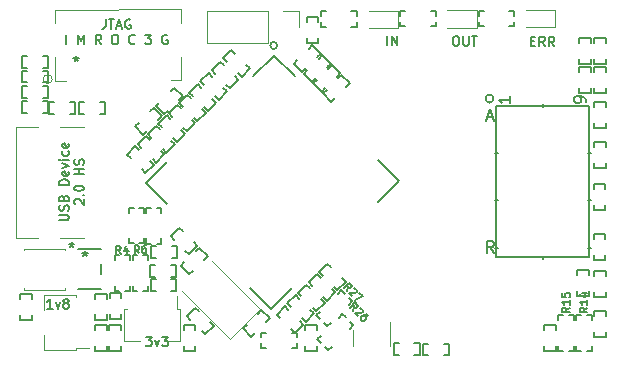
<source format=gbr>
%TF.GenerationSoftware,KiCad,Pcbnew,7.0.5-0*%
%TF.CreationDate,2023-07-21T17:37:06+08:00*%
%TF.ProjectId,slimarm_carambola,736c696d-6172-46d5-9f63-6172616d626f,rev?*%
%TF.SameCoordinates,Original*%
%TF.FileFunction,Legend,Top*%
%TF.FilePolarity,Positive*%
%FSLAX46Y46*%
G04 Gerber Fmt 4.6, Leading zero omitted, Abs format (unit mm)*
G04 Created by KiCad (PCBNEW 7.0.5-0) date 2023-07-21 17:37:06*
%MOMM*%
%LPD*%
G01*
G04 APERTURE LIST*
%ADD10C,0.150000*%
%ADD11C,0.120000*%
%ADD12C,0.152400*%
%ADD13C,0.200000*%
G04 APERTURE END LIST*
D10*
X55293017Y-20230000D02*
G75*
G03*
X55293017Y-20230000I-333017J0D01*
G01*
X22456666Y-13516295D02*
X22456666Y-14087723D01*
X22456666Y-14087723D02*
X22418571Y-14202009D01*
X22418571Y-14202009D02*
X22342380Y-14278200D01*
X22342380Y-14278200D02*
X22228095Y-14316295D01*
X22228095Y-14316295D02*
X22151904Y-14316295D01*
X22723333Y-13516295D02*
X23180476Y-13516295D01*
X22951904Y-14316295D02*
X22951904Y-13516295D01*
X23409047Y-14087723D02*
X23790000Y-14087723D01*
X23332857Y-14316295D02*
X23599524Y-13516295D01*
X23599524Y-13516295D02*
X23866190Y-14316295D01*
X24551904Y-13554390D02*
X24475714Y-13516295D01*
X24475714Y-13516295D02*
X24361428Y-13516295D01*
X24361428Y-13516295D02*
X24247142Y-13554390D01*
X24247142Y-13554390D02*
X24170952Y-13630580D01*
X24170952Y-13630580D02*
X24132857Y-13706771D01*
X24132857Y-13706771D02*
X24094761Y-13859152D01*
X24094761Y-13859152D02*
X24094761Y-13973438D01*
X24094761Y-13973438D02*
X24132857Y-14125819D01*
X24132857Y-14125819D02*
X24170952Y-14202009D01*
X24170952Y-14202009D02*
X24247142Y-14278200D01*
X24247142Y-14278200D02*
X24361428Y-14316295D01*
X24361428Y-14316295D02*
X24437619Y-14316295D01*
X24437619Y-14316295D02*
X24551904Y-14278200D01*
X24551904Y-14278200D02*
X24590000Y-14240104D01*
X24590000Y-14240104D02*
X24590000Y-13973438D01*
X24590000Y-13973438D02*
X24437619Y-13973438D01*
X19104285Y-15604295D02*
X19104285Y-14804295D01*
X20094761Y-15604295D02*
X20094761Y-14804295D01*
X20094761Y-14804295D02*
X20361427Y-15375723D01*
X20361427Y-15375723D02*
X20628094Y-14804295D01*
X20628094Y-14804295D02*
X20628094Y-15604295D01*
X22075714Y-15604295D02*
X21809047Y-15223342D01*
X21618571Y-15604295D02*
X21618571Y-14804295D01*
X21618571Y-14804295D02*
X21923333Y-14804295D01*
X21923333Y-14804295D02*
X21999523Y-14842390D01*
X21999523Y-14842390D02*
X22037618Y-14880485D01*
X22037618Y-14880485D02*
X22075714Y-14956676D01*
X22075714Y-14956676D02*
X22075714Y-15070961D01*
X22075714Y-15070961D02*
X22037618Y-15147152D01*
X22037618Y-15147152D02*
X21999523Y-15185247D01*
X21999523Y-15185247D02*
X21923333Y-15223342D01*
X21923333Y-15223342D02*
X21618571Y-15223342D01*
X23180476Y-14804295D02*
X23332857Y-14804295D01*
X23332857Y-14804295D02*
X23409047Y-14842390D01*
X23409047Y-14842390D02*
X23485238Y-14918580D01*
X23485238Y-14918580D02*
X23523333Y-15070961D01*
X23523333Y-15070961D02*
X23523333Y-15337628D01*
X23523333Y-15337628D02*
X23485238Y-15490009D01*
X23485238Y-15490009D02*
X23409047Y-15566200D01*
X23409047Y-15566200D02*
X23332857Y-15604295D01*
X23332857Y-15604295D02*
X23180476Y-15604295D01*
X23180476Y-15604295D02*
X23104285Y-15566200D01*
X23104285Y-15566200D02*
X23028095Y-15490009D01*
X23028095Y-15490009D02*
X22989999Y-15337628D01*
X22989999Y-15337628D02*
X22989999Y-15070961D01*
X22989999Y-15070961D02*
X23028095Y-14918580D01*
X23028095Y-14918580D02*
X23104285Y-14842390D01*
X23104285Y-14842390D02*
X23180476Y-14804295D01*
X24932857Y-15528104D02*
X24894761Y-15566200D01*
X24894761Y-15566200D02*
X24780476Y-15604295D01*
X24780476Y-15604295D02*
X24704285Y-15604295D01*
X24704285Y-15604295D02*
X24589999Y-15566200D01*
X24589999Y-15566200D02*
X24513809Y-15490009D01*
X24513809Y-15490009D02*
X24475714Y-15413819D01*
X24475714Y-15413819D02*
X24437618Y-15261438D01*
X24437618Y-15261438D02*
X24437618Y-15147152D01*
X24437618Y-15147152D02*
X24475714Y-14994771D01*
X24475714Y-14994771D02*
X24513809Y-14918580D01*
X24513809Y-14918580D02*
X24589999Y-14842390D01*
X24589999Y-14842390D02*
X24704285Y-14804295D01*
X24704285Y-14804295D02*
X24780476Y-14804295D01*
X24780476Y-14804295D02*
X24894761Y-14842390D01*
X24894761Y-14842390D02*
X24932857Y-14880485D01*
X25809047Y-14804295D02*
X26304285Y-14804295D01*
X26304285Y-14804295D02*
X26037619Y-15109057D01*
X26037619Y-15109057D02*
X26151904Y-15109057D01*
X26151904Y-15109057D02*
X26228095Y-15147152D01*
X26228095Y-15147152D02*
X26266190Y-15185247D01*
X26266190Y-15185247D02*
X26304285Y-15261438D01*
X26304285Y-15261438D02*
X26304285Y-15451914D01*
X26304285Y-15451914D02*
X26266190Y-15528104D01*
X26266190Y-15528104D02*
X26228095Y-15566200D01*
X26228095Y-15566200D02*
X26151904Y-15604295D01*
X26151904Y-15604295D02*
X25923333Y-15604295D01*
X25923333Y-15604295D02*
X25847142Y-15566200D01*
X25847142Y-15566200D02*
X25809047Y-15528104D01*
X27675714Y-14842390D02*
X27599524Y-14804295D01*
X27599524Y-14804295D02*
X27485238Y-14804295D01*
X27485238Y-14804295D02*
X27370952Y-14842390D01*
X27370952Y-14842390D02*
X27294762Y-14918580D01*
X27294762Y-14918580D02*
X27256667Y-14994771D01*
X27256667Y-14994771D02*
X27218571Y-15147152D01*
X27218571Y-15147152D02*
X27218571Y-15261438D01*
X27218571Y-15261438D02*
X27256667Y-15413819D01*
X27256667Y-15413819D02*
X27294762Y-15490009D01*
X27294762Y-15490009D02*
X27370952Y-15566200D01*
X27370952Y-15566200D02*
X27485238Y-15604295D01*
X27485238Y-15604295D02*
X27561429Y-15604295D01*
X27561429Y-15604295D02*
X27675714Y-15566200D01*
X27675714Y-15566200D02*
X27713810Y-15528104D01*
X27713810Y-15528104D02*
X27713810Y-15261438D01*
X27713810Y-15261438D02*
X27561429Y-15261438D01*
X25877618Y-40374295D02*
X26372856Y-40374295D01*
X26372856Y-40374295D02*
X26106190Y-40679057D01*
X26106190Y-40679057D02*
X26220475Y-40679057D01*
X26220475Y-40679057D02*
X26296666Y-40717152D01*
X26296666Y-40717152D02*
X26334761Y-40755247D01*
X26334761Y-40755247D02*
X26372856Y-40831438D01*
X26372856Y-40831438D02*
X26372856Y-41021914D01*
X26372856Y-41021914D02*
X26334761Y-41098104D01*
X26334761Y-41098104D02*
X26296666Y-41136200D01*
X26296666Y-41136200D02*
X26220475Y-41174295D01*
X26220475Y-41174295D02*
X25991904Y-41174295D01*
X25991904Y-41174295D02*
X25915713Y-41136200D01*
X25915713Y-41136200D02*
X25877618Y-41098104D01*
X26639523Y-40640961D02*
X26829999Y-41174295D01*
X26829999Y-41174295D02*
X27020476Y-40640961D01*
X27249047Y-40374295D02*
X27744285Y-40374295D01*
X27744285Y-40374295D02*
X27477619Y-40679057D01*
X27477619Y-40679057D02*
X27591904Y-40679057D01*
X27591904Y-40679057D02*
X27668095Y-40717152D01*
X27668095Y-40717152D02*
X27706190Y-40755247D01*
X27706190Y-40755247D02*
X27744285Y-40831438D01*
X27744285Y-40831438D02*
X27744285Y-41021914D01*
X27744285Y-41021914D02*
X27706190Y-41098104D01*
X27706190Y-41098104D02*
X27668095Y-41136200D01*
X27668095Y-41136200D02*
X27591904Y-41174295D01*
X27591904Y-41174295D02*
X27363333Y-41174295D01*
X27363333Y-41174295D02*
X27287142Y-41136200D01*
X27287142Y-41136200D02*
X27249047Y-41098104D01*
X52051541Y-14934295D02*
X52203922Y-14934295D01*
X52203922Y-14934295D02*
X52280112Y-14972390D01*
X52280112Y-14972390D02*
X52356303Y-15048580D01*
X52356303Y-15048580D02*
X52394398Y-15200961D01*
X52394398Y-15200961D02*
X52394398Y-15467628D01*
X52394398Y-15467628D02*
X52356303Y-15620009D01*
X52356303Y-15620009D02*
X52280112Y-15696200D01*
X52280112Y-15696200D02*
X52203922Y-15734295D01*
X52203922Y-15734295D02*
X52051541Y-15734295D01*
X52051541Y-15734295D02*
X51975350Y-15696200D01*
X51975350Y-15696200D02*
X51899160Y-15620009D01*
X51899160Y-15620009D02*
X51861064Y-15467628D01*
X51861064Y-15467628D02*
X51861064Y-15200961D01*
X51861064Y-15200961D02*
X51899160Y-15048580D01*
X51899160Y-15048580D02*
X51975350Y-14972390D01*
X51975350Y-14972390D02*
X52051541Y-14934295D01*
X52737255Y-14934295D02*
X52737255Y-15581914D01*
X52737255Y-15581914D02*
X52775350Y-15658104D01*
X52775350Y-15658104D02*
X52813445Y-15696200D01*
X52813445Y-15696200D02*
X52889636Y-15734295D01*
X52889636Y-15734295D02*
X53042017Y-15734295D01*
X53042017Y-15734295D02*
X53118207Y-15696200D01*
X53118207Y-15696200D02*
X53156302Y-15658104D01*
X53156302Y-15658104D02*
X53194398Y-15581914D01*
X53194398Y-15581914D02*
X53194398Y-14934295D01*
X53461064Y-14934295D02*
X53918207Y-14934295D01*
X53689635Y-15734295D02*
X53689635Y-14934295D01*
X58469160Y-15355247D02*
X58735826Y-15355247D01*
X58850112Y-15774295D02*
X58469160Y-15774295D01*
X58469160Y-15774295D02*
X58469160Y-14974295D01*
X58469160Y-14974295D02*
X58850112Y-14974295D01*
X59650113Y-15774295D02*
X59383446Y-15393342D01*
X59192970Y-15774295D02*
X59192970Y-14974295D01*
X59192970Y-14974295D02*
X59497732Y-14974295D01*
X59497732Y-14974295D02*
X59573922Y-15012390D01*
X59573922Y-15012390D02*
X59612017Y-15050485D01*
X59612017Y-15050485D02*
X59650113Y-15126676D01*
X59650113Y-15126676D02*
X59650113Y-15240961D01*
X59650113Y-15240961D02*
X59612017Y-15317152D01*
X59612017Y-15317152D02*
X59573922Y-15355247D01*
X59573922Y-15355247D02*
X59497732Y-15393342D01*
X59497732Y-15393342D02*
X59192970Y-15393342D01*
X60450113Y-15774295D02*
X60183446Y-15393342D01*
X59992970Y-15774295D02*
X59992970Y-14974295D01*
X59992970Y-14974295D02*
X60297732Y-14974295D01*
X60297732Y-14974295D02*
X60373922Y-15012390D01*
X60373922Y-15012390D02*
X60412017Y-15050485D01*
X60412017Y-15050485D02*
X60450113Y-15126676D01*
X60450113Y-15126676D02*
X60450113Y-15240961D01*
X60450113Y-15240961D02*
X60412017Y-15317152D01*
X60412017Y-15317152D02*
X60373922Y-15355247D01*
X60373922Y-15355247D02*
X60297732Y-15393342D01*
X60297732Y-15393342D02*
X59992970Y-15393342D01*
X17962856Y-38004295D02*
X17505713Y-38004295D01*
X17734285Y-38004295D02*
X17734285Y-37204295D01*
X17734285Y-37204295D02*
X17658094Y-37318580D01*
X17658094Y-37318580D02*
X17581904Y-37394771D01*
X17581904Y-37394771D02*
X17505713Y-37432866D01*
X18229523Y-37470961D02*
X18419999Y-38004295D01*
X18419999Y-38004295D02*
X18610476Y-37470961D01*
X19029523Y-37547152D02*
X18953333Y-37509057D01*
X18953333Y-37509057D02*
X18915238Y-37470961D01*
X18915238Y-37470961D02*
X18877142Y-37394771D01*
X18877142Y-37394771D02*
X18877142Y-37356676D01*
X18877142Y-37356676D02*
X18915238Y-37280485D01*
X18915238Y-37280485D02*
X18953333Y-37242390D01*
X18953333Y-37242390D02*
X19029523Y-37204295D01*
X19029523Y-37204295D02*
X19181904Y-37204295D01*
X19181904Y-37204295D02*
X19258095Y-37242390D01*
X19258095Y-37242390D02*
X19296190Y-37280485D01*
X19296190Y-37280485D02*
X19334285Y-37356676D01*
X19334285Y-37356676D02*
X19334285Y-37394771D01*
X19334285Y-37394771D02*
X19296190Y-37470961D01*
X19296190Y-37470961D02*
X19258095Y-37509057D01*
X19258095Y-37509057D02*
X19181904Y-37547152D01*
X19181904Y-37547152D02*
X19029523Y-37547152D01*
X19029523Y-37547152D02*
X18953333Y-37585247D01*
X18953333Y-37585247D02*
X18915238Y-37623342D01*
X18915238Y-37623342D02*
X18877142Y-37699533D01*
X18877142Y-37699533D02*
X18877142Y-37851914D01*
X18877142Y-37851914D02*
X18915238Y-37928104D01*
X18915238Y-37928104D02*
X18953333Y-37966200D01*
X18953333Y-37966200D02*
X19029523Y-38004295D01*
X19029523Y-38004295D02*
X19181904Y-38004295D01*
X19181904Y-38004295D02*
X19258095Y-37966200D01*
X19258095Y-37966200D02*
X19296190Y-37928104D01*
X19296190Y-37928104D02*
X19334285Y-37851914D01*
X19334285Y-37851914D02*
X19334285Y-37699533D01*
X19334285Y-37699533D02*
X19296190Y-37623342D01*
X19296190Y-37623342D02*
X19258095Y-37585247D01*
X19258095Y-37585247D02*
X19181904Y-37547152D01*
X18536295Y-30518094D02*
X19183914Y-30518094D01*
X19183914Y-30518094D02*
X19260104Y-30479999D01*
X19260104Y-30479999D02*
X19298200Y-30441904D01*
X19298200Y-30441904D02*
X19336295Y-30365713D01*
X19336295Y-30365713D02*
X19336295Y-30213332D01*
X19336295Y-30213332D02*
X19298200Y-30137142D01*
X19298200Y-30137142D02*
X19260104Y-30099047D01*
X19260104Y-30099047D02*
X19183914Y-30060951D01*
X19183914Y-30060951D02*
X18536295Y-30060951D01*
X19298200Y-29718095D02*
X19336295Y-29603809D01*
X19336295Y-29603809D02*
X19336295Y-29413333D01*
X19336295Y-29413333D02*
X19298200Y-29337142D01*
X19298200Y-29337142D02*
X19260104Y-29299047D01*
X19260104Y-29299047D02*
X19183914Y-29260952D01*
X19183914Y-29260952D02*
X19107723Y-29260952D01*
X19107723Y-29260952D02*
X19031533Y-29299047D01*
X19031533Y-29299047D02*
X18993438Y-29337142D01*
X18993438Y-29337142D02*
X18955342Y-29413333D01*
X18955342Y-29413333D02*
X18917247Y-29565714D01*
X18917247Y-29565714D02*
X18879152Y-29641904D01*
X18879152Y-29641904D02*
X18841057Y-29679999D01*
X18841057Y-29679999D02*
X18764866Y-29718095D01*
X18764866Y-29718095D02*
X18688676Y-29718095D01*
X18688676Y-29718095D02*
X18612485Y-29679999D01*
X18612485Y-29679999D02*
X18574390Y-29641904D01*
X18574390Y-29641904D02*
X18536295Y-29565714D01*
X18536295Y-29565714D02*
X18536295Y-29375237D01*
X18536295Y-29375237D02*
X18574390Y-29260952D01*
X18917247Y-28651428D02*
X18955342Y-28537142D01*
X18955342Y-28537142D02*
X18993438Y-28499047D01*
X18993438Y-28499047D02*
X19069628Y-28460951D01*
X19069628Y-28460951D02*
X19183914Y-28460951D01*
X19183914Y-28460951D02*
X19260104Y-28499047D01*
X19260104Y-28499047D02*
X19298200Y-28537142D01*
X19298200Y-28537142D02*
X19336295Y-28613332D01*
X19336295Y-28613332D02*
X19336295Y-28918094D01*
X19336295Y-28918094D02*
X18536295Y-28918094D01*
X18536295Y-28918094D02*
X18536295Y-28651428D01*
X18536295Y-28651428D02*
X18574390Y-28575237D01*
X18574390Y-28575237D02*
X18612485Y-28537142D01*
X18612485Y-28537142D02*
X18688676Y-28499047D01*
X18688676Y-28499047D02*
X18764866Y-28499047D01*
X18764866Y-28499047D02*
X18841057Y-28537142D01*
X18841057Y-28537142D02*
X18879152Y-28575237D01*
X18879152Y-28575237D02*
X18917247Y-28651428D01*
X18917247Y-28651428D02*
X18917247Y-28918094D01*
X19336295Y-27508570D02*
X18536295Y-27508570D01*
X18536295Y-27508570D02*
X18536295Y-27318094D01*
X18536295Y-27318094D02*
X18574390Y-27203808D01*
X18574390Y-27203808D02*
X18650580Y-27127618D01*
X18650580Y-27127618D02*
X18726771Y-27089523D01*
X18726771Y-27089523D02*
X18879152Y-27051427D01*
X18879152Y-27051427D02*
X18993438Y-27051427D01*
X18993438Y-27051427D02*
X19145819Y-27089523D01*
X19145819Y-27089523D02*
X19222009Y-27127618D01*
X19222009Y-27127618D02*
X19298200Y-27203808D01*
X19298200Y-27203808D02*
X19336295Y-27318094D01*
X19336295Y-27318094D02*
X19336295Y-27508570D01*
X19298200Y-26403808D02*
X19336295Y-26479999D01*
X19336295Y-26479999D02*
X19336295Y-26632380D01*
X19336295Y-26632380D02*
X19298200Y-26708570D01*
X19298200Y-26708570D02*
X19222009Y-26746666D01*
X19222009Y-26746666D02*
X18917247Y-26746666D01*
X18917247Y-26746666D02*
X18841057Y-26708570D01*
X18841057Y-26708570D02*
X18802961Y-26632380D01*
X18802961Y-26632380D02*
X18802961Y-26479999D01*
X18802961Y-26479999D02*
X18841057Y-26403808D01*
X18841057Y-26403808D02*
X18917247Y-26365713D01*
X18917247Y-26365713D02*
X18993438Y-26365713D01*
X18993438Y-26365713D02*
X19069628Y-26746666D01*
X18802961Y-26099047D02*
X19336295Y-25908571D01*
X19336295Y-25908571D02*
X18802961Y-25718094D01*
X19336295Y-25413332D02*
X18802961Y-25413332D01*
X18536295Y-25413332D02*
X18574390Y-25451428D01*
X18574390Y-25451428D02*
X18612485Y-25413332D01*
X18612485Y-25413332D02*
X18574390Y-25375237D01*
X18574390Y-25375237D02*
X18536295Y-25413332D01*
X18536295Y-25413332D02*
X18612485Y-25413332D01*
X19298200Y-24689523D02*
X19336295Y-24765714D01*
X19336295Y-24765714D02*
X19336295Y-24918095D01*
X19336295Y-24918095D02*
X19298200Y-24994285D01*
X19298200Y-24994285D02*
X19260104Y-25032380D01*
X19260104Y-25032380D02*
X19183914Y-25070476D01*
X19183914Y-25070476D02*
X18955342Y-25070476D01*
X18955342Y-25070476D02*
X18879152Y-25032380D01*
X18879152Y-25032380D02*
X18841057Y-24994285D01*
X18841057Y-24994285D02*
X18802961Y-24918095D01*
X18802961Y-24918095D02*
X18802961Y-24765714D01*
X18802961Y-24765714D02*
X18841057Y-24689523D01*
X19298200Y-24041904D02*
X19336295Y-24118095D01*
X19336295Y-24118095D02*
X19336295Y-24270476D01*
X19336295Y-24270476D02*
X19298200Y-24346666D01*
X19298200Y-24346666D02*
X19222009Y-24384762D01*
X19222009Y-24384762D02*
X18917247Y-24384762D01*
X18917247Y-24384762D02*
X18841057Y-24346666D01*
X18841057Y-24346666D02*
X18802961Y-24270476D01*
X18802961Y-24270476D02*
X18802961Y-24118095D01*
X18802961Y-24118095D02*
X18841057Y-24041904D01*
X18841057Y-24041904D02*
X18917247Y-24003809D01*
X18917247Y-24003809D02*
X18993438Y-24003809D01*
X18993438Y-24003809D02*
X19069628Y-24384762D01*
X19900485Y-29184762D02*
X19862390Y-29146666D01*
X19862390Y-29146666D02*
X19824295Y-29070476D01*
X19824295Y-29070476D02*
X19824295Y-28880000D01*
X19824295Y-28880000D02*
X19862390Y-28803809D01*
X19862390Y-28803809D02*
X19900485Y-28765714D01*
X19900485Y-28765714D02*
X19976676Y-28727619D01*
X19976676Y-28727619D02*
X20052866Y-28727619D01*
X20052866Y-28727619D02*
X20167152Y-28765714D01*
X20167152Y-28765714D02*
X20624295Y-29222857D01*
X20624295Y-29222857D02*
X20624295Y-28727619D01*
X20548104Y-28384761D02*
X20586200Y-28346666D01*
X20586200Y-28346666D02*
X20624295Y-28384761D01*
X20624295Y-28384761D02*
X20586200Y-28422857D01*
X20586200Y-28422857D02*
X20548104Y-28384761D01*
X20548104Y-28384761D02*
X20624295Y-28384761D01*
X19824295Y-27851428D02*
X19824295Y-27775238D01*
X19824295Y-27775238D02*
X19862390Y-27699047D01*
X19862390Y-27699047D02*
X19900485Y-27660952D01*
X19900485Y-27660952D02*
X19976676Y-27622857D01*
X19976676Y-27622857D02*
X20129057Y-27584762D01*
X20129057Y-27584762D02*
X20319533Y-27584762D01*
X20319533Y-27584762D02*
X20471914Y-27622857D01*
X20471914Y-27622857D02*
X20548104Y-27660952D01*
X20548104Y-27660952D02*
X20586200Y-27699047D01*
X20586200Y-27699047D02*
X20624295Y-27775238D01*
X20624295Y-27775238D02*
X20624295Y-27851428D01*
X20624295Y-27851428D02*
X20586200Y-27927619D01*
X20586200Y-27927619D02*
X20548104Y-27965714D01*
X20548104Y-27965714D02*
X20471914Y-28003809D01*
X20471914Y-28003809D02*
X20319533Y-28041905D01*
X20319533Y-28041905D02*
X20129057Y-28041905D01*
X20129057Y-28041905D02*
X19976676Y-28003809D01*
X19976676Y-28003809D02*
X19900485Y-27965714D01*
X19900485Y-27965714D02*
X19862390Y-27927619D01*
X19862390Y-27927619D02*
X19824295Y-27851428D01*
X20624295Y-26632380D02*
X19824295Y-26632380D01*
X20205247Y-26632380D02*
X20205247Y-26175237D01*
X20624295Y-26175237D02*
X19824295Y-26175237D01*
X20586200Y-25832381D02*
X20624295Y-25718095D01*
X20624295Y-25718095D02*
X20624295Y-25527619D01*
X20624295Y-25527619D02*
X20586200Y-25451428D01*
X20586200Y-25451428D02*
X20548104Y-25413333D01*
X20548104Y-25413333D02*
X20471914Y-25375238D01*
X20471914Y-25375238D02*
X20395723Y-25375238D01*
X20395723Y-25375238D02*
X20319533Y-25413333D01*
X20319533Y-25413333D02*
X20281438Y-25451428D01*
X20281438Y-25451428D02*
X20243342Y-25527619D01*
X20243342Y-25527619D02*
X20205247Y-25680000D01*
X20205247Y-25680000D02*
X20167152Y-25756190D01*
X20167152Y-25756190D02*
X20129057Y-25794285D01*
X20129057Y-25794285D02*
X20052866Y-25832381D01*
X20052866Y-25832381D02*
X19976676Y-25832381D01*
X19976676Y-25832381D02*
X19900485Y-25794285D01*
X19900485Y-25794285D02*
X19862390Y-25756190D01*
X19862390Y-25756190D02*
X19824295Y-25680000D01*
X19824295Y-25680000D02*
X19824295Y-25489523D01*
X19824295Y-25489523D02*
X19862390Y-25375238D01*
X46319160Y-15704295D02*
X46319160Y-14904295D01*
X46700112Y-15704295D02*
X46700112Y-14904295D01*
X46700112Y-14904295D02*
X47157255Y-15704295D01*
X47157255Y-15704295D02*
X47157255Y-14904295D01*
%TO.C,U3*%
X20720000Y-33144819D02*
X20720000Y-33382914D01*
X20481905Y-33287676D02*
X20720000Y-33382914D01*
X20720000Y-33382914D02*
X20958095Y-33287676D01*
X20577143Y-33573390D02*
X20720000Y-33382914D01*
X20720000Y-33382914D02*
X20862857Y-33573390D01*
X19580950Y-32354818D02*
X19580950Y-32592913D01*
X19342855Y-32497675D02*
X19580950Y-32592913D01*
X19580950Y-32592913D02*
X19819045Y-32497675D01*
X19438093Y-32783389D02*
X19580950Y-32592913D01*
X19580950Y-32592913D02*
X19723807Y-32783389D01*
%TO.C,R15*%
X61767713Y-37924542D02*
X61453237Y-38144675D01*
X61767713Y-38301913D02*
X61107313Y-38301913D01*
X61107313Y-38301913D02*
X61107313Y-38050332D01*
X61107313Y-38050332D02*
X61138761Y-37987437D01*
X61138761Y-37987437D02*
X61170208Y-37955990D01*
X61170208Y-37955990D02*
X61233104Y-37924542D01*
X61233104Y-37924542D02*
X61327446Y-37924542D01*
X61327446Y-37924542D02*
X61390342Y-37955990D01*
X61390342Y-37955990D02*
X61421789Y-37987437D01*
X61421789Y-37987437D02*
X61453237Y-38050332D01*
X61453237Y-38050332D02*
X61453237Y-38301913D01*
X61767713Y-37295590D02*
X61767713Y-37672961D01*
X61767713Y-37484275D02*
X61107313Y-37484275D01*
X61107313Y-37484275D02*
X61201656Y-37547171D01*
X61201656Y-37547171D02*
X61264551Y-37610066D01*
X61264551Y-37610066D02*
X61295999Y-37672961D01*
X61107313Y-36698085D02*
X61107313Y-37012561D01*
X61107313Y-37012561D02*
X61421789Y-37044009D01*
X61421789Y-37044009D02*
X61390342Y-37012561D01*
X61390342Y-37012561D02*
X61358894Y-36949666D01*
X61358894Y-36949666D02*
X61358894Y-36792428D01*
X61358894Y-36792428D02*
X61390342Y-36729533D01*
X61390342Y-36729533D02*
X61421789Y-36698085D01*
X61421789Y-36698085D02*
X61484685Y-36666638D01*
X61484685Y-36666638D02*
X61641923Y-36666638D01*
X61641923Y-36666638D02*
X61704818Y-36698085D01*
X61704818Y-36698085D02*
X61736266Y-36729533D01*
X61736266Y-36729533D02*
X61767713Y-36792428D01*
X61767713Y-36792428D02*
X61767713Y-36949666D01*
X61767713Y-36949666D02*
X61736266Y-37012561D01*
X61736266Y-37012561D02*
X61704818Y-37044009D01*
%TO.C,R26*%
X43399287Y-38220318D02*
X43465998Y-37842292D01*
X43132445Y-37953476D02*
X43599419Y-37486503D01*
X43599419Y-37486503D02*
X43777313Y-37664397D01*
X43777313Y-37664397D02*
X43799550Y-37731108D01*
X43799550Y-37731108D02*
X43799550Y-37775581D01*
X43799550Y-37775581D02*
X43777313Y-37842292D01*
X43777313Y-37842292D02*
X43710603Y-37909002D01*
X43710603Y-37909002D02*
X43643892Y-37931239D01*
X43643892Y-37931239D02*
X43599419Y-37931239D01*
X43599419Y-37931239D02*
X43532708Y-37909002D01*
X43532708Y-37909002D02*
X43354814Y-37731108D01*
X43999682Y-37975713D02*
X44044155Y-37975713D01*
X44044155Y-37975713D02*
X44110866Y-37997950D01*
X44110866Y-37997950D02*
X44222050Y-38109134D01*
X44222050Y-38109134D02*
X44244287Y-38175844D01*
X44244287Y-38175844D02*
X44244287Y-38220318D01*
X44244287Y-38220318D02*
X44222050Y-38287028D01*
X44222050Y-38287028D02*
X44177576Y-38331502D01*
X44177576Y-38331502D02*
X44088629Y-38375976D01*
X44088629Y-38375976D02*
X43554945Y-38375976D01*
X43554945Y-38375976D02*
X43844024Y-38665054D01*
X44711260Y-38598344D02*
X44622312Y-38509396D01*
X44622312Y-38509396D02*
X44555602Y-38487160D01*
X44555602Y-38487160D02*
X44511128Y-38487160D01*
X44511128Y-38487160D02*
X44399944Y-38509396D01*
X44399944Y-38509396D02*
X44288760Y-38576107D01*
X44288760Y-38576107D02*
X44110865Y-38754001D01*
X44110865Y-38754001D02*
X44088629Y-38820712D01*
X44088629Y-38820712D02*
X44088629Y-38865186D01*
X44088629Y-38865186D02*
X44110865Y-38931896D01*
X44110865Y-38931896D02*
X44199813Y-39020843D01*
X44199813Y-39020843D02*
X44266523Y-39043080D01*
X44266523Y-39043080D02*
X44310997Y-39043080D01*
X44310997Y-39043080D02*
X44377707Y-39020843D01*
X44377707Y-39020843D02*
X44488891Y-38909659D01*
X44488891Y-38909659D02*
X44511128Y-38842949D01*
X44511128Y-38842949D02*
X44511128Y-38798475D01*
X44511128Y-38798475D02*
X44488891Y-38731765D01*
X44488891Y-38731765D02*
X44399944Y-38642817D01*
X44399944Y-38642817D02*
X44333234Y-38620581D01*
X44333234Y-38620581D02*
X44288760Y-38620581D01*
X44288760Y-38620581D02*
X44222050Y-38642817D01*
%TO.C,R6*%
X25289933Y-33317713D02*
X25069800Y-33003237D01*
X24912562Y-33317713D02*
X24912562Y-32657313D01*
X24912562Y-32657313D02*
X25164143Y-32657313D01*
X25164143Y-32657313D02*
X25227038Y-32688761D01*
X25227038Y-32688761D02*
X25258485Y-32720208D01*
X25258485Y-32720208D02*
X25289933Y-32783104D01*
X25289933Y-32783104D02*
X25289933Y-32877446D01*
X25289933Y-32877446D02*
X25258485Y-32940342D01*
X25258485Y-32940342D02*
X25227038Y-32971789D01*
X25227038Y-32971789D02*
X25164143Y-33003237D01*
X25164143Y-33003237D02*
X24912562Y-33003237D01*
X25855990Y-32657313D02*
X25730200Y-32657313D01*
X25730200Y-32657313D02*
X25667304Y-32688761D01*
X25667304Y-32688761D02*
X25635857Y-32720208D01*
X25635857Y-32720208D02*
X25572962Y-32814551D01*
X25572962Y-32814551D02*
X25541514Y-32940342D01*
X25541514Y-32940342D02*
X25541514Y-33191923D01*
X25541514Y-33191923D02*
X25572962Y-33254818D01*
X25572962Y-33254818D02*
X25604409Y-33286266D01*
X25604409Y-33286266D02*
X25667304Y-33317713D01*
X25667304Y-33317713D02*
X25793095Y-33317713D01*
X25793095Y-33317713D02*
X25855990Y-33286266D01*
X25855990Y-33286266D02*
X25887438Y-33254818D01*
X25887438Y-33254818D02*
X25918885Y-33191923D01*
X25918885Y-33191923D02*
X25918885Y-33034685D01*
X25918885Y-33034685D02*
X25887438Y-32971789D01*
X25887438Y-32971789D02*
X25855990Y-32940342D01*
X25855990Y-32940342D02*
X25793095Y-32908894D01*
X25793095Y-32908894D02*
X25667304Y-32908894D01*
X25667304Y-32908894D02*
X25604409Y-32940342D01*
X25604409Y-32940342D02*
X25572962Y-32971789D01*
X25572962Y-32971789D02*
X25541514Y-33034685D01*
%TO.C,R4*%
X23739933Y-33357713D02*
X23519800Y-33043237D01*
X23362562Y-33357713D02*
X23362562Y-32697313D01*
X23362562Y-32697313D02*
X23614143Y-32697313D01*
X23614143Y-32697313D02*
X23677038Y-32728761D01*
X23677038Y-32728761D02*
X23708485Y-32760208D01*
X23708485Y-32760208D02*
X23739933Y-32823104D01*
X23739933Y-32823104D02*
X23739933Y-32917446D01*
X23739933Y-32917446D02*
X23708485Y-32980342D01*
X23708485Y-32980342D02*
X23677038Y-33011789D01*
X23677038Y-33011789D02*
X23614143Y-33043237D01*
X23614143Y-33043237D02*
X23362562Y-33043237D01*
X24305990Y-32917446D02*
X24305990Y-33357713D01*
X24148752Y-32665866D02*
X23991514Y-33137580D01*
X23991514Y-33137580D02*
X24400333Y-33137580D01*
%TO.C,R14*%
X63257713Y-37914542D02*
X62943237Y-38134675D01*
X63257713Y-38291913D02*
X62597313Y-38291913D01*
X62597313Y-38291913D02*
X62597313Y-38040332D01*
X62597313Y-38040332D02*
X62628761Y-37977437D01*
X62628761Y-37977437D02*
X62660208Y-37945990D01*
X62660208Y-37945990D02*
X62723104Y-37914542D01*
X62723104Y-37914542D02*
X62817446Y-37914542D01*
X62817446Y-37914542D02*
X62880342Y-37945990D01*
X62880342Y-37945990D02*
X62911789Y-37977437D01*
X62911789Y-37977437D02*
X62943237Y-38040332D01*
X62943237Y-38040332D02*
X62943237Y-38291913D01*
X63257713Y-37285590D02*
X63257713Y-37662961D01*
X63257713Y-37474275D02*
X62597313Y-37474275D01*
X62597313Y-37474275D02*
X62691656Y-37537171D01*
X62691656Y-37537171D02*
X62754551Y-37600066D01*
X62754551Y-37600066D02*
X62785999Y-37662961D01*
X62817446Y-36719533D02*
X63257713Y-36719533D01*
X62565866Y-36876771D02*
X63037580Y-37034009D01*
X63037580Y-37034009D02*
X63037580Y-36625190D01*
%TO.C,J4*%
X19977100Y-16616819D02*
X19977100Y-16854914D01*
X19739005Y-16759676D02*
X19977100Y-16854914D01*
X19977100Y-16854914D02*
X20215195Y-16759676D01*
X19834243Y-17045390D02*
X19977100Y-16854914D01*
X19977100Y-16854914D02*
X20119957Y-17045390D01*
%TO.C,U2*%
X55347223Y-33295519D02*
X55013890Y-32819328D01*
X54775795Y-33295519D02*
X54775795Y-32295519D01*
X54775795Y-32295519D02*
X55156747Y-32295519D01*
X55156747Y-32295519D02*
X55251985Y-32343138D01*
X55251985Y-32343138D02*
X55299604Y-32390757D01*
X55299604Y-32390757D02*
X55347223Y-32485995D01*
X55347223Y-32485995D02*
X55347223Y-32628852D01*
X55347223Y-32628852D02*
X55299604Y-32724090D01*
X55299604Y-32724090D02*
X55251985Y-32771709D01*
X55251985Y-32771709D02*
X55156747Y-32819328D01*
X55156747Y-32819328D02*
X54775795Y-32819328D01*
X63125219Y-20496275D02*
X63125219Y-20305799D01*
X63125219Y-20305799D02*
X63077600Y-20210561D01*
X63077600Y-20210561D02*
X63029980Y-20162942D01*
X63029980Y-20162942D02*
X62887123Y-20067704D01*
X62887123Y-20067704D02*
X62696647Y-20020085D01*
X62696647Y-20020085D02*
X62315695Y-20020085D01*
X62315695Y-20020085D02*
X62220457Y-20067704D01*
X62220457Y-20067704D02*
X62172838Y-20115323D01*
X62172838Y-20115323D02*
X62125219Y-20210561D01*
X62125219Y-20210561D02*
X62125219Y-20401037D01*
X62125219Y-20401037D02*
X62172838Y-20496275D01*
X62172838Y-20496275D02*
X62220457Y-20543894D01*
X62220457Y-20543894D02*
X62315695Y-20591513D01*
X62315695Y-20591513D02*
X62553790Y-20591513D01*
X62553790Y-20591513D02*
X62649028Y-20543894D01*
X62649028Y-20543894D02*
X62696647Y-20496275D01*
X62696647Y-20496275D02*
X62744266Y-20401037D01*
X62744266Y-20401037D02*
X62744266Y-20210561D01*
X62744266Y-20210561D02*
X62696647Y-20115323D01*
X62696647Y-20115323D02*
X62649028Y-20067704D01*
X62649028Y-20067704D02*
X62553790Y-20020085D01*
X54799605Y-21808404D02*
X55275795Y-21808404D01*
X54704367Y-22094119D02*
X55037700Y-21094119D01*
X55037700Y-21094119D02*
X55371033Y-22094119D01*
X56724419Y-20020085D02*
X56724419Y-20591513D01*
X56724419Y-20305799D02*
X55724419Y-20305799D01*
X55724419Y-20305799D02*
X55867276Y-20401037D01*
X55867276Y-20401037D02*
X55962514Y-20496275D01*
X55962514Y-20496275D02*
X56010133Y-20591513D01*
%TO.C,R27*%
X42879287Y-36530318D02*
X42945998Y-36152292D01*
X42612445Y-36263476D02*
X43079419Y-35796503D01*
X43079419Y-35796503D02*
X43257313Y-35974397D01*
X43257313Y-35974397D02*
X43279550Y-36041108D01*
X43279550Y-36041108D02*
X43279550Y-36085581D01*
X43279550Y-36085581D02*
X43257313Y-36152292D01*
X43257313Y-36152292D02*
X43190603Y-36219002D01*
X43190603Y-36219002D02*
X43123892Y-36241239D01*
X43123892Y-36241239D02*
X43079419Y-36241239D01*
X43079419Y-36241239D02*
X43012708Y-36219002D01*
X43012708Y-36219002D02*
X42834814Y-36041108D01*
X43479682Y-36285713D02*
X43524155Y-36285713D01*
X43524155Y-36285713D02*
X43590866Y-36307950D01*
X43590866Y-36307950D02*
X43702050Y-36419134D01*
X43702050Y-36419134D02*
X43724287Y-36485844D01*
X43724287Y-36485844D02*
X43724287Y-36530318D01*
X43724287Y-36530318D02*
X43702050Y-36597028D01*
X43702050Y-36597028D02*
X43657576Y-36641502D01*
X43657576Y-36641502D02*
X43568629Y-36685976D01*
X43568629Y-36685976D02*
X43034945Y-36685976D01*
X43034945Y-36685976D02*
X43324024Y-36975054D01*
X43946655Y-36663739D02*
X44257970Y-36975054D01*
X44257970Y-36975054D02*
X43590865Y-37241896D01*
%TO.C,C41*%
X62370000Y-36960000D02*
X62370000Y-36530000D01*
X63370000Y-36960000D02*
X62370000Y-36960000D01*
X63370000Y-36960000D02*
X63370000Y-36530000D01*
X62370000Y-34760000D02*
X62370000Y-35190000D01*
X62370000Y-34760000D02*
X63370000Y-34760000D01*
X63370000Y-34760000D02*
X63370000Y-35190000D01*
%TO.C,C39*%
X63530000Y-15100000D02*
X63530000Y-15530000D01*
X62530000Y-15100000D02*
X63530000Y-15100000D01*
X62530000Y-15100000D02*
X62530000Y-15530000D01*
X63530000Y-17300000D02*
X63530000Y-16870000D01*
X63530000Y-17300000D02*
X62530000Y-17300000D01*
X62530000Y-17300000D02*
X62530000Y-16870000D01*
%TO.C,C36*%
X64830000Y-15080000D02*
X64830000Y-15510000D01*
X63830000Y-15080000D02*
X64830000Y-15080000D01*
X63830000Y-15080000D02*
X63830000Y-15510000D01*
X64830000Y-17280000D02*
X64830000Y-16850000D01*
X64830000Y-17280000D02*
X63830000Y-17280000D01*
X63830000Y-17280000D02*
X63830000Y-16850000D01*
D11*
%TO.C,U4*%
X46510000Y-41150000D02*
X46510000Y-39150000D01*
X43390000Y-39850000D02*
X43390000Y-41150000D01*
D10*
%TO.C,R28*%
X49040000Y-41960000D02*
X48610000Y-41960000D01*
X49040000Y-40960000D02*
X49040000Y-41960000D01*
X49040000Y-40960000D02*
X48610000Y-40960000D01*
X46840000Y-41960000D02*
X47270000Y-41960000D01*
X46840000Y-41960000D02*
X46840000Y-40960000D01*
X46840000Y-40960000D02*
X47270000Y-40960000D01*
%TO.C,R11*%
X49330000Y-40970000D02*
X49760000Y-40970000D01*
X49330000Y-41970000D02*
X49330000Y-40970000D01*
X49330000Y-41970000D02*
X49760000Y-41970000D01*
X51530000Y-40970000D02*
X51100000Y-40970000D01*
X51530000Y-40970000D02*
X51530000Y-41970000D01*
X51530000Y-41970000D02*
X51100000Y-41970000D01*
%TO.C,C31*%
X34098629Y-39684264D02*
X34402685Y-39380208D01*
X34805736Y-40391371D02*
X34098629Y-39684264D01*
X34805736Y-40391371D02*
X35109792Y-40087315D01*
X35654264Y-38128629D02*
X35350208Y-38432685D01*
X35654264Y-38128629D02*
X36361371Y-38835736D01*
X36361371Y-38835736D02*
X36057315Y-39139792D01*
%TO.C,C23*%
X63530000Y-17560000D02*
X63530000Y-17990000D01*
X62530000Y-17560000D02*
X63530000Y-17560000D01*
X62530000Y-17560000D02*
X62530000Y-17990000D01*
X63530000Y-19760000D02*
X63530000Y-19330000D01*
X63530000Y-19760000D02*
X62530000Y-19760000D01*
X62530000Y-19760000D02*
X62530000Y-19330000D01*
D12*
%TO.C,U3*%
X20152100Y-36336400D02*
X22107900Y-36336400D01*
X22107900Y-32983600D02*
X20152100Y-32983600D01*
X22107900Y-35048661D02*
X22107900Y-34271339D01*
D10*
%TO.C,C28*%
X25834264Y-26521371D02*
X25530208Y-26217315D01*
X26541371Y-25814264D02*
X25834264Y-26521371D01*
X26541371Y-25814264D02*
X26237315Y-25510208D01*
X24278629Y-24965736D02*
X24582685Y-25269792D01*
X24278629Y-24965736D02*
X24985736Y-24258629D01*
X24985736Y-24258629D02*
X25289792Y-24562685D01*
%TO.C,C29*%
X23790000Y-36700000D02*
X23790000Y-37130000D01*
X22790000Y-36700000D02*
X23790000Y-36700000D01*
X22790000Y-36700000D02*
X22790000Y-37130000D01*
X23790000Y-38900000D02*
X23790000Y-38470000D01*
X23790000Y-38900000D02*
X22790000Y-38900000D01*
X22790000Y-38900000D02*
X22790000Y-38470000D01*
%TO.C,C6*%
X30894264Y-40191371D02*
X30590208Y-39887315D01*
X31601371Y-39484264D02*
X30894264Y-40191371D01*
X31601371Y-39484264D02*
X31297315Y-39180208D01*
X29338629Y-38635736D02*
X29642685Y-38939792D01*
X29338629Y-38635736D02*
X30045736Y-37928629D01*
X30045736Y-37928629D02*
X30349792Y-38232685D01*
%TO.C,C12*%
X39394264Y-39121371D02*
X39090208Y-38817315D01*
X40101371Y-38414264D02*
X39394264Y-39121371D01*
X40101371Y-38414264D02*
X39797315Y-38110208D01*
X37838629Y-37565736D02*
X38142685Y-37869792D01*
X37838629Y-37565736D02*
X38545736Y-36858629D01*
X38545736Y-36858629D02*
X38849792Y-37162685D01*
%TO.C,R21*%
X50407500Y-14110000D02*
X49977500Y-14110000D01*
X50407500Y-13705000D02*
X50407500Y-14110000D01*
X50407500Y-12810000D02*
X50407500Y-13205000D01*
X50407500Y-12810000D02*
X49977500Y-12810000D01*
X47407500Y-14110000D02*
X47837500Y-14110000D01*
X47407500Y-14110000D02*
X47407500Y-13710000D01*
X47407500Y-13205000D02*
X47407500Y-12810000D01*
X47407500Y-12810000D02*
X47837500Y-12810000D01*
D11*
%TO.C,Y1*%
X32953883Y-40579468D02*
X35499468Y-38033883D01*
X35499468Y-38033883D02*
X31433604Y-33968019D01*
X28888019Y-36513604D02*
X32953883Y-40579468D01*
D10*
%TO.C,R20*%
X57070000Y-14110000D02*
X56640000Y-14110000D01*
X57070000Y-13705000D02*
X57070000Y-14110000D01*
X57070000Y-12810000D02*
X57070000Y-13205000D01*
X57070000Y-12810000D02*
X56640000Y-12810000D01*
X54070000Y-14110000D02*
X54500000Y-14110000D01*
X54070000Y-14110000D02*
X54070000Y-13710000D01*
X54070000Y-13205000D02*
X54070000Y-12810000D01*
X54070000Y-12810000D02*
X54500000Y-12810000D01*
%TO.C,R3*%
X38630000Y-41350000D02*
X38200000Y-41350000D01*
X38630000Y-40945000D02*
X38630000Y-41350000D01*
X38630000Y-40050000D02*
X38630000Y-40445000D01*
X38630000Y-40050000D02*
X38200000Y-40050000D01*
X35630000Y-41350000D02*
X36060000Y-41350000D01*
X35630000Y-41350000D02*
X35630000Y-40950000D01*
X35630000Y-40445000D02*
X35630000Y-40050000D01*
X35630000Y-40050000D02*
X36060000Y-40050000D01*
%TO.C,C13*%
X41204264Y-37341371D02*
X40900208Y-37037315D01*
X41911371Y-36634264D02*
X41204264Y-37341371D01*
X41911371Y-36634264D02*
X41607315Y-36330208D01*
X39648629Y-35785736D02*
X39952685Y-36089792D01*
X39648629Y-35785736D02*
X40355736Y-35078629D01*
X40355736Y-35078629D02*
X40659792Y-35382685D01*
%TO.C,R15*%
X62090000Y-38580000D02*
X62090000Y-39010000D01*
X61685000Y-38580000D02*
X62090000Y-38580000D01*
X60790000Y-38580000D02*
X61185000Y-38580000D01*
X60790000Y-38580000D02*
X60790000Y-39010000D01*
X62090000Y-41580000D02*
X62090000Y-41150000D01*
X62090000Y-41580000D02*
X61690000Y-41580000D01*
X61185000Y-41580000D02*
X60790000Y-41580000D01*
X60790000Y-41580000D02*
X60790000Y-41150000D01*
D11*
%TO.C,L1*%
X19040000Y-36440000D02*
X19040000Y-36290000D01*
X19040000Y-36440000D02*
X15520000Y-36440000D01*
X19040000Y-32920000D02*
X19040000Y-33070000D01*
X19040000Y-32920000D02*
X15520000Y-32920000D01*
X15520000Y-36440000D02*
X15520000Y-36290000D01*
X15520000Y-32920000D02*
X15520000Y-33070000D01*
D10*
%TO.C,R10*%
X40380000Y-39400000D02*
X40380000Y-39830000D01*
X39380000Y-39400000D02*
X40380000Y-39400000D01*
X39380000Y-39400000D02*
X39380000Y-39830000D01*
X40380000Y-41600000D02*
X40380000Y-41170000D01*
X40380000Y-41600000D02*
X39380000Y-41600000D01*
X39380000Y-41600000D02*
X39380000Y-41170000D01*
%TO.C,R26*%
X43430280Y-39398959D02*
X43126224Y-39703015D01*
X43143901Y-39112581D02*
X43430280Y-39398959D01*
X42511041Y-38479720D02*
X42790348Y-38759028D01*
X42511041Y-38479720D02*
X42206985Y-38783776D01*
X41308959Y-41520280D02*
X41613015Y-41216224D01*
X41308959Y-41520280D02*
X41026117Y-41237437D01*
X40669028Y-40880348D02*
X40389720Y-40601041D01*
X40389720Y-40601041D02*
X40693776Y-40296985D01*
%TO.C,C17*%
X60600000Y-39400000D02*
X60600000Y-39830000D01*
X59600000Y-39400000D02*
X60600000Y-39400000D01*
X59600000Y-39400000D02*
X59600000Y-39830000D01*
X60600000Y-41600000D02*
X60600000Y-41170000D01*
X60600000Y-41600000D02*
X59600000Y-41600000D01*
X59600000Y-41600000D02*
X59600000Y-41170000D01*
%TO.C,C27*%
X28480000Y-33680000D02*
X28050000Y-33680000D01*
X28480000Y-32680000D02*
X28480000Y-33680000D01*
X28480000Y-32680000D02*
X28050000Y-32680000D01*
X26280000Y-33680000D02*
X26710000Y-33680000D01*
X26280000Y-33680000D02*
X26280000Y-32680000D01*
X26280000Y-32680000D02*
X26710000Y-32680000D01*
%TO.C,C2*%
X33115736Y-16108629D02*
X33419792Y-16412685D01*
X32408629Y-16815736D02*
X33115736Y-16108629D01*
X32408629Y-16815736D02*
X32712685Y-17119792D01*
X34671371Y-17664264D02*
X34367315Y-17360208D01*
X34671371Y-17664264D02*
X33964264Y-18371371D01*
X33964264Y-18371371D02*
X33660208Y-18067315D01*
%TO.C,C15*%
X40294264Y-38231371D02*
X39990208Y-37927315D01*
X41001371Y-37524264D02*
X40294264Y-38231371D01*
X41001371Y-37524264D02*
X40697315Y-37220208D01*
X38738629Y-36675736D02*
X39042685Y-36979792D01*
X38738629Y-36675736D02*
X39445736Y-35968629D01*
X39445736Y-35968629D02*
X39749792Y-36272685D01*
%TO.C,R23*%
X15384999Y-17861893D02*
X15814999Y-17861893D01*
X15384999Y-18861893D02*
X15384999Y-17861893D01*
X15384999Y-18861893D02*
X15814999Y-18861893D01*
X17584999Y-17861893D02*
X17154999Y-17861893D01*
X17584999Y-17861893D02*
X17584999Y-18861893D01*
X17584999Y-18861893D02*
X17154999Y-18861893D01*
%TO.C,C33*%
X21560000Y-38930000D02*
X21560000Y-38500000D01*
X22560000Y-38930000D02*
X21560000Y-38930000D01*
X22560000Y-38930000D02*
X22560000Y-38500000D01*
X21560000Y-36730000D02*
X21560000Y-37160000D01*
X21560000Y-36730000D02*
X22560000Y-36730000D01*
X22560000Y-36730000D02*
X22560000Y-37160000D01*
%TO.C,R24*%
X15394999Y-16621893D02*
X15824999Y-16621893D01*
X15394999Y-17621893D02*
X15394999Y-16621893D01*
X15394999Y-17621893D02*
X15824999Y-17621893D01*
X17594999Y-16621893D02*
X17164999Y-16621893D01*
X17594999Y-16621893D02*
X17594999Y-17621893D01*
X17594999Y-17621893D02*
X17164999Y-17621893D01*
%TO.C,R2*%
X19900000Y-21500000D02*
X19470000Y-21500000D01*
X19900000Y-20500000D02*
X19900000Y-21500000D01*
X19900000Y-20500000D02*
X19470000Y-20500000D01*
X17700000Y-21500000D02*
X18130000Y-21500000D01*
X17700000Y-21500000D02*
X17700000Y-20500000D01*
X17700000Y-20500000D02*
X18130000Y-20500000D01*
D11*
%TO.C,D3*%
X47200000Y-14255000D02*
X47200000Y-12785000D01*
X47200000Y-12785000D02*
X44740000Y-12785000D01*
X44740000Y-14255000D02*
X47200000Y-14255000D01*
D10*
%TO.C,R9*%
X39480000Y-15510000D02*
X39480000Y-15080000D01*
X40480000Y-15510000D02*
X39480000Y-15510000D01*
X40480000Y-15510000D02*
X40480000Y-15080000D01*
X39480000Y-13310000D02*
X39480000Y-13740000D01*
X39480000Y-13310000D02*
X40480000Y-13310000D01*
X40480000Y-13310000D02*
X40480000Y-13740000D01*
%TO.C,R19*%
X26708629Y-20864264D02*
X27012685Y-20560208D01*
X27415736Y-21571371D02*
X26708629Y-20864264D01*
X27415736Y-21571371D02*
X27719792Y-21267315D01*
X28264264Y-19308629D02*
X27960208Y-19612685D01*
X28264264Y-19308629D02*
X28971371Y-20015736D01*
X28971371Y-20015736D02*
X28667315Y-20319792D01*
D11*
%TO.C,J5*%
X38810000Y-12850000D02*
X38810000Y-14180000D01*
X37480000Y-12850000D02*
X38810000Y-12850000D01*
X36210000Y-12850000D02*
X31070000Y-12850000D01*
X36210000Y-12850000D02*
X36210000Y-15510000D01*
X31070000Y-12850000D02*
X31070000Y-15510000D01*
X36210000Y-15510000D02*
X31070000Y-15510000D01*
D10*
%TO.C,R7*%
X25890000Y-32500000D02*
X25890000Y-32070000D01*
X26295000Y-32500000D02*
X25890000Y-32500000D01*
X27190000Y-32500000D02*
X26795000Y-32500000D01*
X27190000Y-32500000D02*
X27190000Y-32070000D01*
X25890000Y-29500000D02*
X25890000Y-29930000D01*
X25890000Y-29500000D02*
X26290000Y-29500000D01*
X26795000Y-29500000D02*
X27190000Y-29500000D01*
X27190000Y-29500000D02*
X27190000Y-29930000D01*
%TO.C,C3*%
X30255736Y-19018629D02*
X30559792Y-19322685D01*
X29548629Y-19725736D02*
X30255736Y-19018629D01*
X29548629Y-19725736D02*
X29852685Y-20029792D01*
X31811371Y-20574264D02*
X31507315Y-20270208D01*
X31811371Y-20574264D02*
X31104264Y-21281371D01*
X31104264Y-21281371D02*
X30800208Y-20977315D01*
%TO.C,C38*%
X16190000Y-36750000D02*
X16190000Y-37180000D01*
X15190000Y-36750000D02*
X16190000Y-36750000D01*
X15190000Y-36750000D02*
X15190000Y-37180000D01*
X16190000Y-38950000D02*
X16190000Y-38520000D01*
X16190000Y-38950000D02*
X15190000Y-38950000D01*
X15190000Y-38950000D02*
X15190000Y-38520000D01*
%TO.C,C5*%
X32145736Y-17098629D02*
X32449792Y-17402685D01*
X31438629Y-17805736D02*
X32145736Y-17098629D01*
X31438629Y-17805736D02*
X31742685Y-18109792D01*
X33701371Y-18654264D02*
X33397315Y-18350208D01*
X33701371Y-18654264D02*
X32994264Y-19361371D01*
X32994264Y-19361371D02*
X32690208Y-19057315D01*
%TO.C,R16*%
X27221371Y-21715736D02*
X26917315Y-22019792D01*
X26514264Y-21008629D02*
X27221371Y-21715736D01*
X26514264Y-21008629D02*
X26210208Y-21312685D01*
X25665736Y-23271371D02*
X25969792Y-22967315D01*
X25665736Y-23271371D02*
X24958629Y-22564264D01*
X24958629Y-22564264D02*
X25262685Y-22260208D01*
%TO.C,C22*%
X63770000Y-33920000D02*
X63770000Y-33490000D01*
X64770000Y-33920000D02*
X63770000Y-33920000D01*
X64770000Y-33920000D02*
X64770000Y-33490000D01*
X63770000Y-31720000D02*
X63770000Y-32150000D01*
X63770000Y-31720000D02*
X64770000Y-31720000D01*
X64770000Y-31720000D02*
X64770000Y-32150000D01*
%TO.C,R6*%
X24750000Y-36490000D02*
X24750000Y-36060000D01*
X25155000Y-36490000D02*
X24750000Y-36490000D01*
X26050000Y-36490000D02*
X25655000Y-36490000D01*
X26050000Y-36490000D02*
X26050000Y-36060000D01*
X24750000Y-33490000D02*
X24750000Y-33920000D01*
X24750000Y-33490000D02*
X25150000Y-33490000D01*
X25655000Y-33490000D02*
X26050000Y-33490000D01*
X26050000Y-33490000D02*
X26050000Y-33920000D01*
%TO.C,R13*%
X15394999Y-20431893D02*
X15824999Y-20431893D01*
X15394999Y-21431893D02*
X15394999Y-20431893D01*
X15394999Y-21431893D02*
X15824999Y-21431893D01*
X17594999Y-20431893D02*
X17164999Y-20431893D01*
X17594999Y-20431893D02*
X17594999Y-21431893D01*
X17594999Y-21431893D02*
X17164999Y-21431893D01*
D11*
%TO.C,J1*%
X20631000Y-22620000D02*
X18631000Y-22620000D01*
X16731000Y-22620000D02*
X14831000Y-22620000D01*
X14831000Y-22620000D02*
X14831000Y-32020000D01*
X20631000Y-32020000D02*
X18631000Y-32020000D01*
X16731000Y-32020000D02*
X14831000Y-32020000D01*
D10*
%TO.C,C30*%
X21560000Y-41580000D02*
X21560000Y-41150000D01*
X22560000Y-41580000D02*
X21560000Y-41580000D01*
X22560000Y-41580000D02*
X22560000Y-41150000D01*
X21560000Y-39380000D02*
X21560000Y-39810000D01*
X21560000Y-39380000D02*
X22560000Y-39380000D01*
X22560000Y-39380000D02*
X22560000Y-39810000D01*
%TO.C,C19*%
X64810000Y-20540000D02*
X64810000Y-20970000D01*
X63810000Y-20540000D02*
X64810000Y-20540000D01*
X63810000Y-20540000D02*
X63810000Y-20970000D01*
X64810000Y-22740000D02*
X64810000Y-22310000D01*
X64810000Y-22740000D02*
X63810000Y-22740000D01*
X63810000Y-22740000D02*
X63810000Y-22310000D01*
D11*
%TO.C,D1*%
X60517500Y-14195000D02*
X60517500Y-12725000D01*
X60517500Y-12725000D02*
X58057500Y-12725000D01*
X58057500Y-14195000D02*
X60517500Y-14195000D01*
D10*
%TO.C,C1*%
X31185736Y-18068629D02*
X31489792Y-18372685D01*
X30478629Y-18775736D02*
X31185736Y-18068629D01*
X30478629Y-18775736D02*
X30782685Y-19079792D01*
X32741371Y-19624264D02*
X32437315Y-19320208D01*
X32741371Y-19624264D02*
X32034264Y-20331371D01*
X32034264Y-20331371D02*
X31730208Y-20027315D01*
%TO.C,R4*%
X23229050Y-36490001D02*
X23229050Y-36060001D01*
X23634050Y-36490001D02*
X23229050Y-36490001D01*
X24529050Y-36490001D02*
X24134050Y-36490001D01*
X24529050Y-36490001D02*
X24529050Y-36060001D01*
X23229050Y-33490001D02*
X23229050Y-33920001D01*
X23229050Y-33490001D02*
X23629050Y-33490001D01*
X24134050Y-33490001D02*
X24529050Y-33490001D01*
X24529050Y-33490001D02*
X24529050Y-33920001D01*
%TO.C,C21*%
X63770000Y-29650000D02*
X63770000Y-29220000D01*
X64770000Y-29650000D02*
X63770000Y-29650000D01*
X64770000Y-29650000D02*
X64770000Y-29220000D01*
X63770000Y-27450000D02*
X63770000Y-27880000D01*
X63770000Y-27450000D02*
X64770000Y-27450000D01*
X64770000Y-27450000D02*
X64770000Y-27880000D01*
%TO.C,R1*%
X20190000Y-20490000D02*
X20620000Y-20490000D01*
X20190000Y-21490000D02*
X20190000Y-20490000D01*
X20190000Y-21490000D02*
X20620000Y-21490000D01*
X22390000Y-20490000D02*
X21960000Y-20490000D01*
X22390000Y-20490000D02*
X22390000Y-21490000D01*
X22390000Y-21490000D02*
X21960000Y-21490000D01*
%TO.C,C9*%
X43121371Y-18925736D02*
X42817315Y-19229792D01*
X42414264Y-18218629D02*
X43121371Y-18925736D01*
X42414264Y-18218629D02*
X42110208Y-18522685D01*
X41565736Y-20481371D02*
X41869792Y-20177315D01*
X41565736Y-20481371D02*
X40858629Y-19774264D01*
X40858629Y-19774264D02*
X41162685Y-19470208D01*
D11*
%TO.C,U5*%
X28520000Y-36930000D02*
X28520000Y-38070000D01*
X28750000Y-38070000D02*
X28520000Y-38070000D01*
X28750000Y-38070000D02*
X28750000Y-40790000D01*
X24030000Y-38070000D02*
X24260000Y-38070000D01*
X28750000Y-40790000D02*
X27440000Y-40790000D01*
X25340000Y-40790000D02*
X24030000Y-40790000D01*
X24030000Y-40790000D02*
X24030000Y-38070000D01*
D10*
%TO.C,R14*%
X62320000Y-41580000D02*
X62320000Y-41150000D01*
X62725000Y-41580000D02*
X62320000Y-41580000D01*
X63620000Y-41580000D02*
X63225000Y-41580000D01*
X63620000Y-41580000D02*
X63620000Y-41150000D01*
X62320000Y-38580000D02*
X62320000Y-39010000D01*
X62320000Y-38580000D02*
X62720000Y-38580000D01*
X63225000Y-38580000D02*
X63620000Y-38580000D01*
X63620000Y-38580000D02*
X63620000Y-39010000D01*
%TO.C,R12*%
X30234264Y-22151371D02*
X29930208Y-21847315D01*
X30941371Y-21444264D02*
X30234264Y-22151371D01*
X30941371Y-21444264D02*
X30637315Y-21140208D01*
X28678629Y-20595736D02*
X28982685Y-20899792D01*
X28678629Y-20595736D02*
X29385736Y-19888629D01*
X29385736Y-19888629D02*
X29689792Y-20192685D01*
%TO.C,C32*%
X31091371Y-33555736D02*
X30787315Y-33859792D01*
X30384264Y-32848629D02*
X31091371Y-33555736D01*
X30384264Y-32848629D02*
X30080208Y-33152685D01*
X29535736Y-35111371D02*
X29839792Y-34807315D01*
X29535736Y-35111371D02*
X28828629Y-34404264D01*
X28828629Y-34404264D02*
X29132685Y-34100208D01*
%TO.C,C10*%
X42321371Y-18095736D02*
X42017315Y-18399792D01*
X41614264Y-17388629D02*
X42321371Y-18095736D01*
X41614264Y-17388629D02*
X41310208Y-17692685D01*
X40765736Y-19651371D02*
X41069792Y-19347315D01*
X40765736Y-19651371D02*
X40058629Y-18944264D01*
X40058629Y-18944264D02*
X40362685Y-18640208D01*
%TO.C,R25*%
X28474264Y-23891371D02*
X28170208Y-23587315D01*
X29181371Y-23184264D02*
X28474264Y-23891371D01*
X29181371Y-23184264D02*
X28877315Y-22880208D01*
X26918629Y-22335736D02*
X27222685Y-22639792D01*
X26918629Y-22335736D02*
X27625736Y-21628629D01*
X27625736Y-21628629D02*
X27929792Y-21932685D01*
%TO.C,C26*%
X63800000Y-40440000D02*
X63800000Y-40010000D01*
X64800000Y-40440000D02*
X63800000Y-40440000D01*
X64800000Y-40440000D02*
X64800000Y-40010000D01*
X63800000Y-38240000D02*
X63800000Y-38670000D01*
X63800000Y-38240000D02*
X64800000Y-38240000D01*
X64800000Y-38240000D02*
X64800000Y-38670000D01*
%TO.C,C14*%
X38484264Y-40061371D02*
X38180208Y-39757315D01*
X39191371Y-39354264D02*
X38484264Y-40061371D01*
X39191371Y-39354264D02*
X38887315Y-39050208D01*
X36928629Y-38505736D02*
X37232685Y-38809792D01*
X36928629Y-38505736D02*
X37635736Y-37798629D01*
X37635736Y-37798629D02*
X37939792Y-38102685D01*
%TO.C,C16*%
X42084264Y-36461371D02*
X41780208Y-36157315D01*
X42791371Y-35754264D02*
X42084264Y-36461371D01*
X42791371Y-35754264D02*
X42487315Y-35450208D01*
X40528629Y-34905736D02*
X40832685Y-35209792D01*
X40528629Y-34905736D02*
X41235736Y-34198629D01*
X41235736Y-34198629D02*
X41539792Y-34502685D01*
%TO.C,R5*%
X24420000Y-32490000D02*
X24420000Y-32060000D01*
X24825000Y-32490000D02*
X24420000Y-32490000D01*
X25720000Y-32490000D02*
X25325000Y-32490000D01*
X25720000Y-32490000D02*
X25720000Y-32060000D01*
X24420000Y-29490000D02*
X24420000Y-29920000D01*
X24420000Y-29490000D02*
X24820000Y-29490000D01*
X25325000Y-29490000D02*
X25720000Y-29490000D01*
X25720000Y-29490000D02*
X25720000Y-29920000D01*
D11*
%TO.C,J4*%
X28857100Y-18692520D02*
X28857100Y-16701160D01*
X28857100Y-13825880D02*
X28857100Y-12698120D01*
X28857100Y-12682000D02*
X18193100Y-12704600D01*
X27971440Y-18692520D02*
X28857100Y-18692520D01*
X18193100Y-18699000D02*
X19078760Y-18699000D01*
X18193100Y-16707640D02*
X18193100Y-18699000D01*
X18193100Y-12704600D02*
X18193100Y-13832360D01*
X17939100Y-18572000D02*
G75*
G03*
X17939100Y-18572000I-381000J0D01*
G01*
D10*
%TO.C,R17*%
X27594264Y-24791371D02*
X27290208Y-24487315D01*
X28301371Y-24084264D02*
X27594264Y-24791371D01*
X28301371Y-24084264D02*
X27997315Y-23780208D01*
X26038629Y-23235736D02*
X26342685Y-23539792D01*
X26038629Y-23235736D02*
X26745736Y-22528629D01*
X26745736Y-22528629D02*
X27049792Y-22832685D01*
%TO.C,C7*%
X40661371Y-16425736D02*
X40357315Y-16729792D01*
X39954264Y-15718629D02*
X40661371Y-16425736D01*
X39954264Y-15718629D02*
X39650208Y-16022685D01*
X39105736Y-17981371D02*
X39409792Y-17677315D01*
X39105736Y-17981371D02*
X38398629Y-17274264D01*
X38398629Y-17274264D02*
X38702685Y-16970208D01*
%TO.C,C24*%
X63790000Y-36990000D02*
X63790000Y-36560000D01*
X64790000Y-36990000D02*
X63790000Y-36990000D01*
X64790000Y-36990000D02*
X64790000Y-36560000D01*
X63790000Y-34790000D02*
X63790000Y-35220000D01*
X63790000Y-34790000D02*
X64790000Y-34790000D01*
X64790000Y-34790000D02*
X64790000Y-35220000D01*
%TO.C,R22*%
X15384999Y-19181893D02*
X15814999Y-19181893D01*
X15384999Y-20181893D02*
X15384999Y-19181893D01*
X15384999Y-20181893D02*
X15814999Y-20181893D01*
X17584999Y-19181893D02*
X17154999Y-19181893D01*
X17584999Y-19181893D02*
X17584999Y-20181893D01*
X17584999Y-20181893D02*
X17154999Y-20181893D01*
D12*
%TO.C,U2*%
X55545700Y-20813800D02*
X55545700Y-33666200D01*
X55545700Y-33666200D02*
X63394300Y-33666200D01*
X55672700Y-24839700D02*
X55418700Y-24839700D01*
X55672700Y-28840200D02*
X55418700Y-28840200D01*
X55672700Y-32840700D02*
X55418700Y-32840700D01*
X59470000Y-20940800D02*
X59470000Y-20686800D01*
X59470000Y-33539200D02*
X59470000Y-33793200D01*
X63267300Y-24839700D02*
X63521300Y-24839700D01*
X63267300Y-28840200D02*
X63521300Y-28840200D01*
X63267300Y-32840700D02*
X63521300Y-32840700D01*
X63394300Y-20813800D02*
X55545700Y-20813800D01*
X63394300Y-33666200D02*
X63394300Y-20813800D01*
D10*
%TO.C,C20*%
X64810000Y-23920000D02*
X64810000Y-24350000D01*
X63810000Y-23920000D02*
X64810000Y-23920000D01*
X63810000Y-23920000D02*
X63810000Y-24350000D01*
X64810000Y-26120000D02*
X64810000Y-25690000D01*
X64810000Y-26120000D02*
X63810000Y-26120000D01*
X63810000Y-26120000D02*
X63810000Y-25690000D01*
%TO.C,C34*%
X22770000Y-41590000D02*
X22770000Y-41160000D01*
X23770000Y-41590000D02*
X22770000Y-41590000D01*
X23770000Y-41590000D02*
X23770000Y-41160000D01*
X22770000Y-39390000D02*
X22770000Y-39820000D01*
X22770000Y-39390000D02*
X23770000Y-39390000D01*
X23770000Y-39390000D02*
X23770000Y-39820000D01*
%TO.C,R18*%
X29354264Y-23011371D02*
X29050208Y-22707315D01*
X30061371Y-22304264D02*
X29354264Y-23011371D01*
X30061371Y-22304264D02*
X29757315Y-22000208D01*
X27798629Y-21455736D02*
X28102685Y-21759792D01*
X27798629Y-21455736D02*
X28505736Y-20748629D01*
X28505736Y-20748629D02*
X28809792Y-21052685D01*
%TO.C,R27*%
X43340280Y-37368959D02*
X43036224Y-37673015D01*
X43053901Y-37082581D02*
X43340280Y-37368959D01*
X42421041Y-36449720D02*
X42700348Y-36729028D01*
X42421041Y-36449720D02*
X42116985Y-36753776D01*
X41218959Y-39490280D02*
X41523015Y-39186224D01*
X41218959Y-39490280D02*
X40936117Y-39207437D01*
X40579028Y-38850348D02*
X40299720Y-38571041D01*
X40299720Y-38571041D02*
X40603776Y-38266985D01*
D11*
%TO.C,D2*%
X53865000Y-14215000D02*
X53865000Y-12745000D01*
X53865000Y-12745000D02*
X51405000Y-12745000D01*
X51405000Y-14215000D02*
X53865000Y-14215000D01*
D10*
%TO.C,C11*%
X41501371Y-17255736D02*
X41197315Y-17559792D01*
X40794264Y-16548629D02*
X41501371Y-17255736D01*
X40794264Y-16548629D02*
X40490208Y-16852685D01*
X39945736Y-18811371D02*
X40249792Y-18507315D01*
X39945736Y-18811371D02*
X39238629Y-18104264D01*
X39238629Y-18104264D02*
X39542685Y-17800208D01*
%TO.C,C25*%
X64840000Y-17560000D02*
X64840000Y-17990000D01*
X63840000Y-17560000D02*
X64840000Y-17560000D01*
X63840000Y-17560000D02*
X63840000Y-17990000D01*
X64840000Y-19760000D02*
X64840000Y-19330000D01*
X64840000Y-19760000D02*
X63840000Y-19760000D01*
X63840000Y-19760000D02*
X63840000Y-19330000D01*
D13*
%TO.C,U1*%
X36696066Y-16577332D02*
X34928299Y-18345099D01*
X36696066Y-16577332D02*
X38463833Y-18345099D01*
X25877332Y-27396066D02*
X27645099Y-25628299D01*
X25877332Y-27396066D02*
X27645099Y-29163833D01*
X47302668Y-27183934D02*
X45534901Y-25416167D01*
X47302668Y-27183934D02*
X45534901Y-28951701D01*
X36483934Y-38002668D02*
X34716167Y-36234901D01*
X36483934Y-38002668D02*
X38251701Y-36234901D01*
X36996066Y-15728804D02*
G75*
G03*
X36996066Y-15728804I-300000J0D01*
G01*
D11*
%TO.C,U7*%
X21060000Y-41320000D02*
X19920000Y-41320000D01*
X19920000Y-41550000D02*
X19920000Y-41320000D01*
X19920000Y-41550000D02*
X17200000Y-41550000D01*
X19920000Y-36830000D02*
X19920000Y-37060000D01*
X17200000Y-41550000D02*
X17200000Y-40240000D01*
X17200000Y-38140000D02*
X17200000Y-36830000D01*
X17200000Y-36830000D02*
X19920000Y-36830000D01*
D10*
%TO.C,C8*%
X26734264Y-25651371D02*
X26430208Y-25347315D01*
X27441371Y-24944264D02*
X26734264Y-25651371D01*
X27441371Y-24944264D02*
X27137315Y-24640208D01*
X25178629Y-24095736D02*
X25482685Y-24399792D01*
X25178629Y-24095736D02*
X25885736Y-23388629D01*
X25885736Y-23388629D02*
X26189792Y-23692685D01*
%TO.C,C18*%
X26250000Y-34300000D02*
X26680000Y-34300000D01*
X26250000Y-35300000D02*
X26250000Y-34300000D01*
X26250000Y-35300000D02*
X26680000Y-35300000D01*
X28450000Y-34300000D02*
X28020000Y-34300000D01*
X28450000Y-34300000D02*
X28450000Y-35300000D01*
X28450000Y-35300000D02*
X28020000Y-35300000D01*
%TO.C,C37*%
X29060000Y-41600000D02*
X29060000Y-41170000D01*
X30060000Y-41600000D02*
X29060000Y-41600000D01*
X30060000Y-41600000D02*
X30060000Y-41170000D01*
X29060000Y-39400000D02*
X29060000Y-39830000D01*
X29060000Y-39400000D02*
X30060000Y-39400000D01*
X30060000Y-39400000D02*
X30060000Y-39830000D01*
%TO.C,C4*%
X28666443Y-31147922D02*
X28970499Y-31451978D01*
X27959336Y-31855029D02*
X28666443Y-31147922D01*
X27959336Y-31855029D02*
X28263392Y-32159085D01*
X30222078Y-32703557D02*
X29918022Y-32399501D01*
X30222078Y-32703557D02*
X29514971Y-33410664D01*
X29514971Y-33410664D02*
X29210915Y-33106608D01*
%TO.C,R8*%
X43702500Y-14150000D02*
X43272500Y-14150000D01*
X43702500Y-13745000D02*
X43702500Y-14150000D01*
X43702500Y-12850000D02*
X43702500Y-13245000D01*
X43702500Y-12850000D02*
X43272500Y-12850000D01*
X40702500Y-14150000D02*
X41132500Y-14150000D01*
X40702500Y-14150000D02*
X40702500Y-13750000D01*
X40702500Y-13245000D02*
X40702500Y-12850000D01*
X40702500Y-12850000D02*
X41132500Y-12850000D01*
%TO.C,C35*%
X28460000Y-36480000D02*
X28030000Y-36480000D01*
X28460000Y-35480000D02*
X28460000Y-36480000D01*
X28460000Y-35480000D02*
X28030000Y-35480000D01*
X26260000Y-36480000D02*
X26690000Y-36480000D01*
X26260000Y-36480000D02*
X26260000Y-35480000D01*
X26260000Y-35480000D02*
X26690000Y-35480000D01*
%TD*%
M02*

</source>
